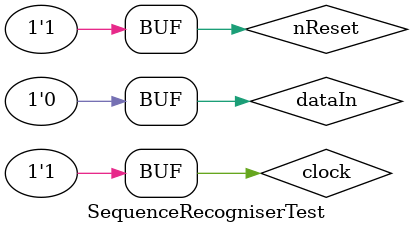
<source format=sv>

module SequenceRecogniserTest;

logic clock;
logic nReset;
logic dataIn;
logic matchAll;

SequenceRecogniser DUT(.clock(clock), .nReset(nReset), .dataIn(dataIn),
.matchAll(matchAll) );

task sendBit( input logic b );
    #1 clock = 0;
    dataIn = b;
    #1 clock = 1;
endtask

task send7Bits( input logic [6:0] bits );
    for (int i = 0; i < 7; i = i+1)
        sendBit( bits[i] );

    #1;
endtask

initial
begin
    nReset = 0;
    #1 clock = 0;

    // test correct sequence
    nReset = 1;
    dataIn = 1;
    #1 clock = 1;
    send7Bits( 'b0110110 );

    if ( matchAll )
        $display( "We have matched just the correct sequence" );
    else
        $display( "Error matching just the correct sequence" );

    // now give it a load of incorrect data
    
    send7Bits( 'b1111111 );

    if ( matchAll )
        $display( "For some reason we are matching just 1s" );
    else
        $display( "correctly refusing to match some junk" );

    // can we go back to a match again?
    send7Bits( 'b0110110 );

    if ( matchAll )
        $display( "We can match the correct sequence a second time" );
    else
        $display( "Failed to mach correctly the second time" );

    // now try the seq+110 subsequence
    sendBit( 1 );
    sendBit( 1 );
    sendBit( 0 );
    #1;

    if ( matchAll )
        $display( "We can match the correct sequence with smallest subsequence" );
    else
        $display( "Failed to mach first subsequence correctly" );



end

endmodule

</source>
